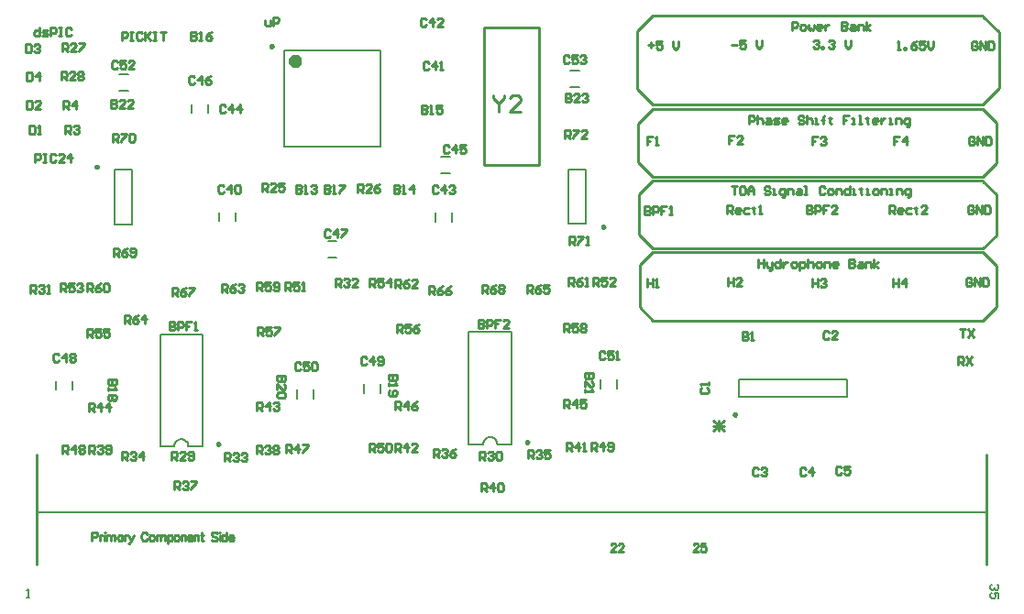
<source format=gto>
%FSTAX23Y23*%
%MOIN*%
%SFA1B1*%

%IPPOS*%
%ADD24C,0.010000*%
%ADD25C,0.008000*%
%ADD36C,0.010000*%
%ADD37C,0.008000*%
%ADD38C,0.024000*%
%LNseniordesign-1*%
%LPD*%
G54D24*
X02065Y0306D02*
Y0346D01*
X0552Y0306D02*
Y0346D01*
X04307Y05055D02*
X05507D01*
X04307Y04734D02*
X05507D01*
X04307Y03948D02*
X05507D01*
X04307Y04195D02*
X05507D01*
X04307Y04209D02*
X05507D01*
X04307Y04456D02*
X05507D01*
X04307Y04471D02*
X05507D01*
X04307Y04717D02*
X05507D01*
Y05054D02*
Y05055D01*
Y05054D02*
X05565Y04996D01*
Y04792D02*
Y04996D01*
X05507Y04734D02*
X05565Y04792D01*
X04251Y04999D02*
X04307Y05055D01*
X04251Y0479D02*
Y04999D01*
Y0479D02*
X04307Y04734D01*
Y04716D02*
Y04717D01*
X04254Y04663D02*
X04307Y04716D01*
X04254Y04524D02*
Y04663D01*
Y04524D02*
X04307Y04471D01*
Y04455D02*
Y04456D01*
X04257Y04405D02*
X04307Y04455D01*
X04257Y04259D02*
Y04405D01*
Y04259D02*
X04307Y04209D01*
X04306Y04195D02*
X04307D01*
X0426Y04149D02*
X04306Y04195D01*
X0426Y03995D02*
Y04149D01*
Y03995D02*
X04307Y03948D01*
X05507Y04715D02*
Y04717D01*
Y04715D02*
X05557Y04665D01*
Y04521D02*
Y04665D01*
X05507Y04471D02*
X05557Y04521D01*
X05507Y04454D02*
Y04456D01*
Y04454D02*
X05555Y04406D01*
Y04257D02*
Y04406D01*
X05507Y04209D02*
X05555Y04257D01*
X05507Y04195D02*
X05555Y04147D01*
Y03996D02*
Y04147D01*
X05507Y03948D02*
X05555Y03996D01*
X03692Y05013D02*
X03892D01*
Y04513D02*
Y05013D01*
X03692Y04513D02*
Y05013D01*
Y04513D02*
X03892D01*
X04632Y03905D02*
Y03875D01*
X04647*
X04652Y0388*
Y03885*
X04647Y0389*
X04632*
X04647*
X04652Y03895*
Y039*
X04647Y03905*
X04632*
X04662Y03875D02*
X04672D01*
X04667*
Y03905*
X04662Y039*
X03009Y04441D02*
Y04411D01*
X03024*
X03029Y04416*
Y04421*
X03024Y04426*
X03009*
X03024*
X03029Y04431*
Y04436*
X03024Y04441*
X03009*
X03039Y04411D02*
X03049D01*
X03044*
Y04441*
X03039Y04436*
X03064D02*
X03069Y04441D01*
X03079*
X03084Y04436*
Y04431*
X03079Y04426*
X03074*
X03079*
X03084Y04421*
Y04416*
X03079Y04411*
X03069*
X03064Y04416*
X03366Y0444D02*
Y0441D01*
X03381*
X03386Y04415*
Y0442*
X03381Y04425*
X03366*
X03381*
X03386Y0443*
Y04435*
X03381Y0444*
X03366*
X03396Y0441D02*
X03406D01*
X03401*
Y0444*
X03396Y04435*
X03436Y0441D02*
Y0444D01*
X03421Y04425*
X03441*
X03465Y0473D02*
Y047D01*
X0348*
X03485Y04705*
Y0471*
X0348Y04715*
X03465*
X0348*
X03485Y0472*
Y04725*
X0348Y0473*
X03465*
X03495Y047D02*
X03505D01*
X035*
Y0473*
X03495Y04725*
X0354Y0473D02*
X0352D01*
Y04715*
X0353Y0472*
X03535*
X0354Y04715*
Y04705*
X03535Y047*
X03525*
X0352Y04705*
X02628Y04997D02*
Y04967D01*
X02643*
X02648Y04972*
Y04977*
X02643Y04982*
X02628*
X02643*
X02648Y04987*
Y04992*
X02643Y04997*
X02628*
X02658Y04967D02*
X02668D01*
X02663*
Y04997*
X02658Y04992*
X02703Y04997D02*
X02693Y04992D01*
X02683Y04982*
Y04972*
X02688Y04967*
X02698*
X02703Y04972*
Y04977*
X02698Y04982*
X02683*
X03112Y04441D02*
Y04411D01*
X03127*
X03132Y04416*
Y04421*
X03127Y04426*
X03112*
X03127*
X03132Y04431*
Y04436*
X03127Y04441*
X03112*
X03142Y04411D02*
X03152D01*
X03147*
Y04441*
X03142Y04436*
X03167Y04441D02*
X03187D01*
Y04436*
X03167Y04416*
Y04411*
X02355Y03733D02*
X02325D01*
Y03718*
X0233Y03713*
X02335*
X0234Y03718*
Y03733*
Y03718*
X02345Y03713*
X0235*
X02355Y03718*
Y03733*
X02325Y03703D02*
Y03693D01*
Y03698*
X02355*
X0235Y03703*
Y03678D02*
X02355Y03673D01*
Y03663*
X0235Y03658*
X02345*
X0234Y03663*
X02335Y03658*
X0233*
X02325Y03663*
Y03673*
X0233Y03678*
X02335*
X0234Y03673*
X02345Y03678*
X0235*
X0234Y03673D02*
Y03663D01*
X03376Y03749D02*
X03346D01*
Y03734*
X03351Y03729*
X03356*
X03361Y03734*
Y03749*
Y03734*
X03366Y03729*
X03371*
X03376Y03734*
Y03749*
X03346Y03719D02*
Y03709D01*
Y03714*
X03376*
X03371Y03719*
X03351Y03694D02*
X03346Y03689D01*
Y03679*
X03351Y03674*
X03371*
X03376Y03679*
Y03689*
X03371Y03694*
X03366*
X03361Y03689*
Y03674*
X02971Y03745D02*
X02941D01*
Y0373*
X02946Y03725*
X02951*
X02956Y0373*
Y03745*
Y0373*
X02961Y03725*
X02966*
X02971Y0373*
Y03745*
X02941Y03695D02*
Y03715D01*
X02961Y03695*
X02966*
X02971Y037*
Y0371*
X02966Y03715*
Y03685D02*
X02971Y0368D01*
Y0367*
X02966Y03665*
X02946*
X02941Y0367*
Y0368*
X02946Y03685*
X02966*
X04089Y03755D02*
X04059D01*
Y0374*
X04064Y03735*
X04069*
X04074Y0374*
Y03755*
Y0374*
X04079Y03735*
X04084*
X04089Y0374*
Y03755*
X04059Y03705D02*
Y03725D01*
X04079Y03705*
X04084*
X04089Y0371*
Y0372*
X04084Y03725*
X04059Y03695D02*
Y03685D01*
Y0369*
X04089*
X04084Y03695*
X02338Y0475D02*
Y0472D01*
X02353*
X02358Y04725*
Y0473*
X02353Y04735*
X02338*
X02353*
X02358Y0474*
Y04745*
X02353Y0475*
X02338*
X02388Y0472D02*
X02368D01*
X02388Y0474*
Y04745*
X02383Y0475*
X02373*
X02368Y04745*
X02418Y0472D02*
X02398D01*
X02418Y0474*
Y04745*
X02413Y0475*
X02403*
X02398Y04745*
X03989Y04772D02*
Y04742D01*
X04004*
X04009Y04747*
Y04752*
X04004Y04757*
X03989*
X04004*
X04009Y04762*
Y04767*
X04004Y04772*
X03989*
X04039Y04742D02*
X04019D01*
X04039Y04762*
Y04767*
X04034Y04772*
X04024*
X04019Y04767*
X04049D02*
X04054Y04772D01*
X04064*
X04069Y04767*
Y04762*
X04064Y04757*
X04059*
X04064*
X04069Y04752*
Y04747*
X04064Y04742*
X04054*
X04049Y04747*
X02549Y03942D02*
Y03912D01*
X02564*
X02569Y03917*
Y03922*
X02564Y03927*
X02549*
X02564*
X02569Y03932*
Y03937*
X02564Y03942*
X02549*
X02579Y03912D02*
Y03942D01*
X02594*
X02599Y03937*
Y03927*
X02594Y03922*
X02579*
X02629Y03942D02*
X02609D01*
Y03927*
X02619*
X02609*
Y03912*
X02639D02*
X02649D01*
X02644*
Y03942*
X02639Y03937*
X03672Y0395D02*
Y0392D01*
X03687*
X03692Y03925*
Y0393*
X03687Y03935*
X03672*
X03687*
X03692Y0394*
Y03945*
X03687Y0395*
X03672*
X03702Y0392D02*
Y0395D01*
X03717*
X03722Y03945*
Y03935*
X03717Y0393*
X03702*
X03752Y0395D02*
X03732D01*
Y03935*
X03742*
X03732*
Y0392*
X03782D02*
X03762D01*
X03782Y0394*
Y03945*
X03777Y0395*
X03767*
X03762Y03945*
X04484Y03702D02*
X04479Y03697D01*
Y03687*
X04484Y03682*
X04504*
X04509Y03687*
Y03697*
X04504Y03702*
X04509Y03712D02*
Y03722D01*
Y03717*
X04479*
X04484Y03712*
X04947Y03904D02*
X04942Y03909D01*
X04932*
X04927Y03904*
Y03884*
X04932Y03879*
X04942*
X04947Y03884*
X04977Y03879D02*
X04957D01*
X04977Y03899*
Y03904*
X04972Y03909*
X04962*
X04957Y03904*
X04691Y03408D02*
X04686Y03413D01*
X04676*
X04671Y03408*
Y03388*
X04676Y03383*
X04686*
X04691Y03388*
X04701Y03408D02*
X04706Y03413D01*
X04716*
X04721Y03408*
Y03403*
X04716Y03398*
X04711*
X04716*
X04721Y03393*
Y03388*
X04716Y03383*
X04706*
X04701Y03388*
X04862Y03408D02*
X04857Y03413D01*
X04847*
X04842Y03408*
Y03388*
X04847Y03383*
X04857*
X04862Y03388*
X04887Y03383D02*
Y03413D01*
X04872Y03398*
X04892*
X04993Y03412D02*
X04988Y03417D01*
X04978*
X04973Y03412*
Y03392*
X04978Y03387*
X04988*
X04993Y03392*
X05023Y03417D02*
X05003D01*
Y03402*
X05013Y03407*
X05018*
X05023Y03402*
Y03392*
X05018Y03387*
X05008*
X05003Y03392*
X02747Y04436D02*
X02742Y04441D01*
X02732*
X02727Y04436*
Y04416*
X02732Y04411*
X02742*
X02747Y04416*
X02772Y04411D02*
Y04441D01*
X02757Y04426*
X02777*
X02787Y04436D02*
X02792Y04441D01*
X02802*
X02807Y04436*
Y04416*
X02802Y04411*
X02792*
X02787Y04416*
Y04436*
X03492Y04884D02*
X03487Y04889D01*
X03477*
X03472Y04884*
Y04864*
X03477Y04859*
X03487*
X03492Y04864*
X03517Y04859D02*
Y04889D01*
X03502Y04874*
X03522*
X03532Y04859D02*
X03542D01*
X03537*
Y04889*
X03532Y04884*
X03483Y05043D02*
X03478Y05048D01*
X03468*
X03463Y05043*
Y05023*
X03468Y05018*
X03478*
X03483Y05023*
X03508Y05018D02*
Y05048D01*
X03493Y05033*
X03513*
X03543Y05018D02*
X03523D01*
X03543Y05038*
Y05043*
X03538Y05048*
X03528*
X03523Y05043*
X03526Y04434D02*
X03521Y04439D01*
X03511*
X03506Y04434*
Y04414*
X03511Y04409*
X03521*
X03526Y04414*
X03551Y04409D02*
Y04439D01*
X03536Y04424*
X03556*
X03566Y04434D02*
X03571Y04439D01*
X03581*
X03586Y04434*
Y04429*
X03581Y04424*
X03576*
X03581*
X03586Y04419*
Y04414*
X03581Y04409*
X03571*
X03566Y04414*
X02752Y04727D02*
X02747Y04732D01*
X02737*
X02732Y04727*
Y04707*
X02737Y04702*
X02747*
X02752Y04707*
X02777Y04702D02*
Y04732D01*
X02762Y04717*
X02782*
X02807Y04702D02*
Y04732D01*
X02792Y04717*
X02812*
X03566Y04581D02*
X03561Y04586D01*
X03551*
X03546Y04581*
Y04561*
X03551Y04556*
X03561*
X03566Y04561*
X03591Y04556D02*
Y04586D01*
X03576Y04571*
X03596*
X03626Y04586D02*
X03606D01*
Y04571*
X03616Y04576*
X03621*
X03626Y04571*
Y04561*
X03621Y04556*
X03611*
X03606Y04561*
X0264Y04832D02*
X02635Y04837D01*
X02625*
X0262Y04832*
Y04812*
X02625Y04807*
X02635*
X0264Y04812*
X02665Y04807D02*
Y04837D01*
X0265Y04822*
X0267*
X027Y04837D02*
X0269Y04832D01*
X0268Y04822*
Y04812*
X02685Y04807*
X02695*
X027Y04812*
Y04817*
X02695Y04822*
X0268*
X03134Y04274D02*
X03129Y04279D01*
X03119*
X03114Y04274*
Y04254*
X03119Y04249*
X03129*
X03134Y04254*
X03159Y04249D02*
Y04279D01*
X03144Y04264*
X03164*
X03174Y04279D02*
X03194D01*
Y04274*
X03174Y04254*
Y04249*
X02147Y03822D02*
X02142Y03827D01*
X02132*
X02127Y03822*
Y03802*
X02132Y03797*
X02142*
X02147Y03802*
X02172Y03797D02*
Y03827D01*
X02157Y03812*
X02177*
X02187Y03822D02*
X02192Y03827D01*
X02202*
X02207Y03822*
Y03817*
X02202Y03812*
X02207Y03807*
Y03802*
X02202Y03797*
X02192*
X02187Y03802*
Y03807*
X02192Y03812*
X02187Y03817*
Y03822*
X02192Y03812D02*
X02202D01*
X03266Y03811D02*
X03261Y03816D01*
X03251*
X03246Y03811*
Y03791*
X03251Y03786*
X03261*
X03266Y03791*
X03291Y03786D02*
Y03816D01*
X03276Y03801*
X03296*
X03306Y03791D02*
X03311Y03786D01*
X03321*
X03326Y03791*
Y03811*
X03321Y03816*
X03311*
X03306Y03811*
Y03806*
X03311Y03801*
X03326*
X03025Y03791D02*
X0302Y03796D01*
X0301*
X03005Y03791*
Y03771*
X0301Y03766*
X0302*
X03025Y03771*
X03055Y03796D02*
X03035D01*
Y03781*
X03045Y03786*
X0305*
X03055Y03781*
Y03771*
X0305Y03766*
X0304*
X03035Y03771*
X03065Y03791D02*
X0307Y03796D01*
X0308*
X03085Y03791*
Y03771*
X0308Y03766*
X0307*
X03065Y03771*
Y03791*
X04133Y0383D02*
X04128Y03835D01*
X04118*
X04113Y0383*
Y0381*
X04118Y03805*
X04128*
X04133Y0381*
X04163Y03835D02*
X04143D01*
Y0382*
X04153Y03825*
X04158*
X04163Y0382*
Y0381*
X04158Y03805*
X04148*
X04143Y0381*
X04173Y03805D02*
X04183D01*
X04178*
Y03835*
X04173Y0383*
X02361Y04888D02*
X02356Y04893D01*
X02346*
X02341Y04888*
Y04868*
X02346Y04863*
X02356*
X02361Y04868*
X02391Y04893D02*
X02371D01*
Y04878*
X02381Y04883*
X02386*
X02391Y04878*
Y04868*
X02386Y04863*
X02376*
X02371Y04868*
X02421Y04863D02*
X02401D01*
X02421Y04883*
Y04888*
X02416Y04893*
X02406*
X02401Y04888*
X04002Y04907D02*
X03997Y04912D01*
X03987*
X03982Y04907*
Y04887*
X03987Y04882*
X03997*
X04002Y04887*
X04032Y04912D02*
X04012D01*
Y04897*
X04022Y04902*
X04027*
X04032Y04897*
Y04887*
X04027Y04882*
X04017*
X04012Y04887*
X04042Y04907D02*
X04047Y04912D01*
X04057*
X04062Y04907*
Y04902*
X04057Y04897*
X04052*
X04057*
X04062Y04892*
Y04887*
X04057Y04882*
X04047*
X04042Y04887*
X0204Y04655D02*
Y04625D01*
X02055*
X0206Y0463*
Y0465*
X02055Y04655*
X0204*
X0207Y04625D02*
X0208D01*
X02075*
Y04655*
X0207Y0465*
X02031Y04748D02*
Y04718D01*
X02046*
X02051Y04723*
Y04743*
X02046Y04748*
X02031*
X02081Y04718D02*
X02061D01*
X02081Y04738*
Y04743*
X02076Y04748*
X02066*
X02061Y04743*
X02027Y04953D02*
Y04923D01*
X02042*
X02047Y04928*
Y04948*
X02042Y04953*
X02027*
X02057Y04948D02*
X02062Y04953D01*
X02072*
X02077Y04948*
Y04943*
X02072Y04938*
X02067*
X02072*
X02077Y04933*
Y04928*
X02072Y04923*
X02062*
X02057Y04928*
X02031Y04851D02*
Y04821D01*
X02046*
X02051Y04826*
Y04846*
X02046Y04851*
X02031*
X02076Y04821D02*
Y04851D01*
X02061Y04836*
X02081*
X02171Y04627D02*
Y04657D01*
X02186*
X02191Y04652*
Y04642*
X02186Y04637*
X02171*
X02181D02*
X02191Y04627D01*
X02201Y04652D02*
X02206Y04657D01*
X02216*
X02221Y04652*
Y04647*
X02216Y04642*
X02211*
X02216*
X02221Y04637*
Y04632*
X02216Y04627*
X02206*
X02201Y04632*
X02164Y04715D02*
Y04745D01*
X02179*
X02184Y0474*
Y0473*
X02179Y04725*
X02164*
X02174D02*
X02184Y04715D01*
X02209D02*
Y04745D01*
X02194Y0473*
X02214*
X02886Y04417D02*
Y04447D01*
X02901*
X02906Y04442*
Y04432*
X02901Y04427*
X02886*
X02896D02*
X02906Y04417D01*
X02936D02*
X02916D01*
X02936Y04437*
Y04442*
X02931Y04447*
X02921*
X02916Y04442*
X02966Y04447D02*
X02946D01*
Y04432*
X02956Y04437*
X02961*
X02966Y04432*
Y04422*
X02961Y04417*
X02951*
X02946Y04422*
X03234Y04414D02*
Y04444D01*
X03249*
X03254Y04439*
Y04429*
X03249Y04424*
X03234*
X03244D02*
X03254Y04414D01*
X03284D02*
X03264D01*
X03284Y04434*
Y04439*
X03279Y04444*
X03269*
X03264Y04439*
X03314Y04444D02*
X03304Y04439D01*
X03294Y04429*
Y04419*
X03299Y04414*
X03309*
X03314Y04419*
Y04424*
X03309Y04429*
X03294*
X02159Y04925D02*
Y04955D01*
X02174*
X02179Y0495*
Y0494*
X02174Y04935*
X02159*
X02169D02*
X02179Y04925D01*
X02209D02*
X02189D01*
X02209Y04945*
Y0495*
X02204Y04955*
X02194*
X02189Y0495*
X02219Y04955D02*
X02239D01*
Y0495*
X02219Y0493*
Y04925*
X02155Y04823D02*
Y04853D01*
X0217*
X02175Y04848*
Y04838*
X0217Y04833*
X02155*
X02165D02*
X02175Y04823D01*
X02205D02*
X02185D01*
X02205Y04843*
Y04848*
X022Y04853*
X0219*
X02185Y04848*
X02215D02*
X0222Y04853D01*
X0223*
X02235Y04848*
Y04843*
X0223Y04838*
X02235Y04833*
Y04828*
X0223Y04823*
X0222*
X02215Y04828*
Y04833*
X0222Y04838*
X02215Y04843*
Y04848*
X0222Y04838D02*
X0223D01*
X02558Y0344D02*
Y0347D01*
X02573*
X02578Y03465*
Y03455*
X02573Y0345*
X02558*
X02568D02*
X02578Y0344D01*
X02608D02*
X02588D01*
X02608Y0346*
Y03465*
X02603Y0347*
X02593*
X02588Y03465*
X02618Y03445D02*
X02623Y0344D01*
X02633*
X02638Y03445*
Y03465*
X02633Y0347*
X02623*
X02618Y03465*
Y0346*
X02623Y03455*
X02638*
X03677Y0344D02*
Y0347D01*
X03692*
X03697Y03465*
Y03455*
X03692Y0345*
X03677*
X03687D02*
X03697Y0344D01*
X03707Y03465D02*
X03712Y0347D01*
X03722*
X03727Y03465*
Y0346*
X03722Y03455*
X03717*
X03722*
X03727Y0345*
Y03445*
X03722Y0344*
X03712*
X03707Y03445*
X03737Y03465D02*
X03742Y0347D01*
X03752*
X03757Y03465*
Y03445*
X03752Y0344*
X03742*
X03737Y03445*
Y03465*
X02044Y04048D02*
Y04078D01*
X02059*
X02064Y04073*
Y04063*
X02059Y04058*
X02044*
X02054D02*
X02064Y04048D01*
X02074Y04073D02*
X02079Y04078D01*
X02089*
X02094Y04073*
Y04068*
X02089Y04063*
X02084*
X02089*
X02094Y04058*
Y04053*
X02089Y04048*
X02079*
X02074Y04053*
X02104Y04048D02*
X02114D01*
X02109*
Y04078*
X02104Y04073*
X03152Y04071D02*
Y04101D01*
X03167*
X03172Y04096*
Y04086*
X03167Y04081*
X03152*
X03162D02*
X03172Y04071D01*
X03182Y04096D02*
X03187Y04101D01*
X03197*
X03202Y04096*
Y04091*
X03197Y04086*
X03192*
X03197*
X03202Y04081*
Y04076*
X03197Y04071*
X03187*
X03182Y04076*
X03232Y04071D02*
X03212D01*
X03232Y04091*
Y04096*
X03227Y04101*
X03217*
X03212Y04096*
X0275Y03436D02*
Y03466D01*
X02765*
X0277Y03461*
Y03451*
X02765Y03446*
X0275*
X0276D02*
X0277Y03436D01*
X0278Y03461D02*
X02785Y03466D01*
X02795*
X028Y03461*
Y03456*
X02795Y03451*
X0279*
X02795*
X028Y03446*
Y03441*
X02795Y03436*
X02785*
X0278Y03441*
X0281Y03461D02*
X02815Y03466D01*
X02825*
X0283Y03461*
Y03456*
X02825Y03451*
X0282*
X02825*
X0283Y03446*
Y03441*
X02825Y03436*
X02815*
X0281Y03441*
X02377Y03439D02*
Y03469D01*
X02392*
X02397Y03464*
Y03454*
X02392Y03449*
X02377*
X02387D02*
X02397Y03439D01*
X02407Y03464D02*
X02412Y03469D01*
X02422*
X02427Y03464*
Y03459*
X02422Y03454*
X02417*
X02422*
X02427Y03449*
Y03444*
X02422Y03439*
X02412*
X02407Y03444*
X02452Y03439D02*
Y03469D01*
X02437Y03454*
X02457*
X03852Y03445D02*
Y03475D01*
X03867*
X03872Y0347*
Y0346*
X03867Y03455*
X03852*
X03862D02*
X03872Y03445D01*
X03882Y0347D02*
X03887Y03475D01*
X03897*
X03902Y0347*
Y03465*
X03897Y0346*
X03892*
X03897*
X03902Y03455*
Y0345*
X03897Y03445*
X03887*
X03882Y0345*
X03932Y03475D02*
X03912D01*
Y0346*
X03922Y03465*
X03927*
X03932Y0346*
Y0345*
X03927Y03445*
X03917*
X03912Y0345*
X03509Y03451D02*
Y03481D01*
X03524*
X03529Y03476*
Y03466*
X03524Y03461*
X03509*
X03519D02*
X03529Y03451D01*
X03539Y03476D02*
X03544Y03481D01*
X03554*
X03559Y03476*
Y03471*
X03554Y03466*
X03549*
X03554*
X03559Y03461*
Y03456*
X03554Y03451*
X03544*
X03539Y03456*
X03589Y03481D02*
X03579Y03476D01*
X03569Y03466*
Y03456*
X03574Y03451*
X03584*
X03589Y03456*
Y03461*
X03584Y03466*
X03569*
X02567Y03332D02*
Y03362D01*
X02582*
X02587Y03357*
Y03347*
X02582Y03342*
X02567*
X02577D02*
X02587Y03332D01*
X02597Y03357D02*
X02602Y03362D01*
X02612*
X02617Y03357*
Y03352*
X02612Y03347*
X02607*
X02612*
X02617Y03342*
Y03337*
X02612Y03332*
X02602*
X02597Y03337*
X02627Y03362D02*
X02647D01*
Y03357*
X02627Y03337*
Y03332*
X02865Y03463D02*
Y03493D01*
X0288*
X02885Y03488*
Y03478*
X0288Y03473*
X02865*
X02875D02*
X02885Y03463D01*
X02895Y03488D02*
X029Y03493D01*
X0291*
X02915Y03488*
Y03483*
X0291Y03478*
X02905*
X0291*
X02915Y03473*
Y03468*
X0291Y03463*
X029*
X02895Y03468*
X02925Y03488D02*
X0293Y03493D01*
X0294*
X02945Y03488*
Y03483*
X0294Y03478*
X02945Y03473*
Y03468*
X0294Y03463*
X0293*
X02925Y03468*
Y03473*
X0293Y03478*
X02925Y03483*
Y03488*
X0293Y03478D02*
X0294D01*
X02257Y03464D02*
Y03494D01*
X02272*
X02277Y03489*
Y03479*
X02272Y03474*
X02257*
X02267D02*
X02277Y03464D01*
X02287Y03489D02*
X02292Y03494D01*
X02302*
X02307Y03489*
Y03484*
X02302Y03479*
X02297*
X02302*
X02307Y03474*
Y03469*
X02302Y03464*
X02292*
X02287Y03469*
X02317D02*
X02322Y03464D01*
X02332*
X02337Y03469*
Y03489*
X02332Y03494*
X02322*
X02317Y03489*
Y03484*
X02322Y03479*
X02337*
X03682Y03326D02*
Y03356D01*
X03697*
X03702Y03351*
Y03341*
X03697Y03336*
X03682*
X03692D02*
X03702Y03326D01*
X03727D02*
Y03356D01*
X03712Y03341*
X03732*
X03742Y03351D02*
X03747Y03356D01*
X03757*
X03762Y03351*
Y03331*
X03757Y03326*
X03747*
X03742Y03331*
Y03351*
X03993Y03472D02*
Y03502D01*
X04008*
X04013Y03497*
Y03487*
X04008Y03482*
X03993*
X04003D02*
X04013Y03472D01*
X04038D02*
Y03502D01*
X04023Y03487*
X04043*
X04053Y03472D02*
X04063D01*
X04058*
Y03502*
X04053Y03497*
X03369Y0347D02*
Y035D01*
X03384*
X03389Y03495*
Y03485*
X03384Y0348*
X03369*
X03379D02*
X03389Y0347D01*
X03414D02*
Y035D01*
X03399Y03485*
X03419*
X03449Y0347D02*
X03429D01*
X03449Y0349*
Y03495*
X03444Y035*
X03434*
X03429Y03495*
X02867Y0362D02*
Y0365D01*
X02882*
X02887Y03645*
Y03635*
X02882Y0363*
X02867*
X02877D02*
X02887Y0362D01*
X02912D02*
Y0365D01*
X02897Y03635*
X02917*
X02927Y03645D02*
X02932Y0365D01*
X02942*
X02947Y03645*
Y0364*
X02942Y03635*
X02937*
X02942*
X02947Y0363*
Y03625*
X02942Y0362*
X02932*
X02927Y03625*
X02255Y03618D02*
Y03648D01*
X0227*
X02275Y03643*
Y03633*
X0227Y03628*
X02255*
X02265D02*
X02275Y03618D01*
X023D02*
Y03648D01*
X02285Y03633*
X02305*
X0233Y03618D02*
Y03648D01*
X02315Y03633*
X02335*
X03984Y03629D02*
Y03659D01*
X03999*
X04004Y03654*
Y03644*
X03999Y03639*
X03984*
X03994D02*
X04004Y03629D01*
X04029D02*
Y03659D01*
X04014Y03644*
X04034*
X04064Y03659D02*
X04044D01*
Y03644*
X04054Y03649*
X04059*
X04064Y03644*
Y03634*
X04059Y03629*
X04049*
X04044Y03634*
X03371Y03623D02*
Y03653D01*
X03386*
X03391Y03648*
Y03638*
X03386Y03633*
X03371*
X03381D02*
X03391Y03623D01*
X03416D02*
Y03653D01*
X03401Y03638*
X03421*
X03451Y03653D02*
X03441Y03648D01*
X03431Y03638*
Y03628*
X03436Y03623*
X03446*
X03451Y03628*
Y03633*
X03446Y03638*
X03431*
X02973Y03466D02*
Y03496D01*
X02988*
X02993Y03491*
Y03481*
X02988Y03476*
X02973*
X02983D02*
X02993Y03466D01*
X03018D02*
Y03496D01*
X03003Y03481*
X03023*
X03033Y03496D02*
X03053D01*
Y03491*
X03033Y03471*
Y03466*
X02161Y03464D02*
Y03494D01*
X02176*
X02181Y03489*
Y03479*
X02176Y03474*
X02161*
X02171D02*
X02181Y03464D01*
X02206D02*
Y03494D01*
X02191Y03479*
X02211*
X02221Y03489D02*
X02226Y03494D01*
X02236*
X02241Y03489*
Y03484*
X02236Y03479*
X02241Y03474*
Y03469*
X02236Y03464*
X02226*
X02221Y03469*
Y03474*
X02226Y03479*
X02221Y03484*
Y03489*
X02226Y03479D02*
X02236D01*
X04082Y03474D02*
Y03504D01*
X04097*
X04102Y03499*
Y03489*
X04097Y03484*
X04082*
X04092D02*
X04102Y03474D01*
X04127D02*
Y03504D01*
X04112Y03489*
X04132*
X04142Y03479D02*
X04147Y03474D01*
X04157*
X04162Y03479*
Y03499*
X04157Y03504*
X04147*
X04142Y03499*
Y03494*
X04147Y03489*
X04162*
X03275Y0347D02*
Y035D01*
X0329*
X03295Y03495*
Y03485*
X0329Y0348*
X03275*
X03285D02*
X03295Y0347D01*
X03325Y035D02*
X03305D01*
Y03485*
X03315Y0349*
X0332*
X03325Y03485*
Y03475*
X0332Y0347*
X0331*
X03305Y03475*
X03335Y03495D02*
X0334Y035D01*
X0335*
X03355Y03495*
Y03475*
X0335Y0347*
X0334*
X03335Y03475*
Y03495*
X0297Y04056D02*
Y04086D01*
X02985*
X0299Y04081*
Y04071*
X02985Y04066*
X0297*
X0298D02*
X0299Y04056D01*
X0302Y04086D02*
X03D01*
Y04071*
X0301Y04076*
X03015*
X0302Y04071*
Y04061*
X03015Y04056*
X03005*
X03Y04061*
X0303Y04056D02*
X0304D01*
X03035*
Y04086*
X0303Y04081*
X04089Y04074D02*
Y04104D01*
X04104*
X04109Y04099*
Y04089*
X04104Y04084*
X04089*
X04099D02*
X04109Y04074D01*
X04139Y04104D02*
X04119D01*
Y04089*
X04129Y04094*
X04134*
X04139Y04089*
Y04079*
X04134Y04074*
X04124*
X04119Y04079*
X04169Y04074D02*
X04149D01*
X04169Y04094*
Y04099*
X04164Y04104*
X04154*
X04149Y04099*
X02152Y04052D02*
Y04082D01*
X02167*
X02172Y04077*
Y04067*
X02167Y04062*
X02152*
X02162D02*
X02172Y04052D01*
X02202Y04082D02*
X02182D01*
Y04067*
X02192Y04072*
X02197*
X02202Y04067*
Y04057*
X02197Y04052*
X02187*
X02182Y04057*
X02212Y04077D02*
X02217Y04082D01*
X02227*
X02232Y04077*
Y04072*
X02227Y04067*
X02222*
X02227*
X02232Y04062*
Y04057*
X02227Y04052*
X02217*
X02212Y04057*
X03277Y04071D02*
Y04101D01*
X03292*
X03297Y04096*
Y04086*
X03292Y04081*
X03277*
X03287D02*
X03297Y04071D01*
X03327Y04101D02*
X03307D01*
Y04086*
X03317Y04091*
X03322*
X03327Y04086*
Y04076*
X03322Y04071*
X03312*
X03307Y04076*
X03352Y04071D02*
Y04101D01*
X03337Y04086*
X03357*
X02251Y03887D02*
Y03917D01*
X02266*
X02271Y03912*
Y03902*
X02266Y03897*
X02251*
X02261D02*
X02271Y03887D01*
X02301Y03917D02*
X02281D01*
Y03902*
X02291Y03907*
X02296*
X02301Y03902*
Y03892*
X02296Y03887*
X02286*
X02281Y03892*
X02331Y03917D02*
X02311D01*
Y03902*
X02321Y03907*
X02326*
X02331Y03902*
Y03892*
X02326Y03887*
X02316*
X02311Y03892*
X03375Y03904D02*
Y03934D01*
X0339*
X03395Y03929*
Y03919*
X0339Y03914*
X03375*
X03385D02*
X03395Y03904D01*
X03425Y03934D02*
X03405D01*
Y03919*
X03415Y03924*
X0342*
X03425Y03919*
Y03909*
X0342Y03904*
X0341*
X03405Y03909*
X03455Y03934D02*
X03445Y03929D01*
X03435Y03919*
Y03909*
X0344Y03904*
X0345*
X03455Y03909*
Y03914*
X0345Y03919*
X03435*
X02871Y03893D02*
Y03923D01*
X02886*
X02891Y03918*
Y03908*
X02886Y03903*
X02871*
X02881D02*
X02891Y03893D01*
X02921Y03923D02*
X02901D01*
Y03908*
X02911Y03913*
X02916*
X02921Y03908*
Y03898*
X02916Y03893*
X02906*
X02901Y03898*
X02931Y03923D02*
X02951D01*
Y03918*
X02931Y03898*
Y03893*
X03984Y03905D02*
Y03935D01*
X03999*
X04004Y0393*
Y0392*
X03999Y03915*
X03984*
X03994D02*
X04004Y03905D01*
X04034Y03935D02*
X04014D01*
Y0392*
X04024Y03925*
X04029*
X04034Y0392*
Y0391*
X04029Y03905*
X04019*
X04014Y0391*
X04044Y0393D02*
X04049Y03935D01*
X04059*
X04064Y0393*
Y03925*
X04059Y0392*
X04064Y03915*
Y0391*
X04059Y03905*
X04049*
X04044Y0391*
Y03915*
X04049Y0392*
X04044Y03925*
Y0393*
X04049Y0392D02*
X04059D01*
X02868Y04056D02*
Y04086D01*
X02883*
X02888Y04081*
Y04071*
X02883Y04066*
X02868*
X02878D02*
X02888Y04056D01*
X02918Y04086D02*
X02898D01*
Y04071*
X02908Y04076*
X02913*
X02918Y04071*
Y04061*
X02913Y04056*
X02903*
X02898Y04061*
X02928D02*
X02933Y04056D01*
X02943*
X02948Y04061*
Y04081*
X02943Y04086*
X02933*
X02928Y04081*
Y04076*
X02933Y04071*
X02948*
X02249Y04052D02*
Y04082D01*
X02264*
X02269Y04077*
Y04067*
X02264Y04062*
X02249*
X02259D02*
X02269Y04052D01*
X02299Y04082D02*
X02289Y04077D01*
X02279Y04067*
Y04057*
X02284Y04052*
X02294*
X02299Y04057*
Y04062*
X02294Y04067*
X02279*
X02309Y04077D02*
X02314Y04082D01*
X02324*
X02329Y04077*
Y04057*
X02324Y04052*
X02314*
X02309Y04057*
Y04077*
X04Y04074D02*
Y04104D01*
X04015*
X0402Y04099*
Y04089*
X04015Y04084*
X04*
X0401D02*
X0402Y04074D01*
X0405Y04104D02*
X0404Y04099D01*
X0403Y04089*
Y04079*
X04035Y04074*
X04045*
X0405Y04079*
Y04084*
X04045Y04089*
X0403*
X0406Y04074D02*
X0407D01*
X04065*
Y04104*
X0406Y04099*
X03371Y04068D02*
Y04098D01*
X03386*
X03391Y04093*
Y04083*
X03386Y04078*
X03371*
X03381D02*
X03391Y04068D01*
X03421Y04098D02*
X03411Y04093D01*
X03401Y04083*
Y04073*
X03406Y04068*
X03416*
X03421Y04073*
Y04078*
X03416Y04083*
X03401*
X03451Y04068D02*
X03431D01*
X03451Y04088*
Y04093*
X03446Y04098*
X03436*
X03431Y04093*
X02739Y0405D02*
Y0408D01*
X02754*
X02759Y04075*
Y04065*
X02754Y0406*
X02739*
X02749D02*
X02759Y0405D01*
X02789Y0408D02*
X02779Y04075D01*
X02769Y04065*
Y04055*
X02774Y0405*
X02784*
X02789Y04055*
Y0406*
X02784Y04065*
X02769*
X02799Y04075D02*
X02804Y0408D01*
X02814*
X02819Y04075*
Y0407*
X02814Y04065*
X02809*
X02814*
X02819Y0406*
Y04055*
X02814Y0405*
X02804*
X02799Y04055*
X02385Y03938D02*
Y03968D01*
X024*
X02405Y03963*
Y03953*
X024Y03948*
X02385*
X02395D02*
X02405Y03938D01*
X02435Y03968D02*
X02425Y03963D01*
X02415Y03953*
Y03943*
X0242Y03938*
X0243*
X02435Y03943*
Y03948*
X0243Y03953*
X02415*
X0246Y03938D02*
Y03968D01*
X02445Y03953*
X02465*
X03849Y04048D02*
Y04078D01*
X03864*
X03869Y04073*
Y04063*
X03864Y04058*
X03849*
X03859D02*
X03869Y04048D01*
X03899Y04078D02*
X03889Y04073D01*
X03879Y04063*
Y04053*
X03884Y04048*
X03894*
X03899Y04053*
Y04058*
X03894Y04063*
X03879*
X03929Y04078D02*
X03909D01*
Y04063*
X03919Y04068*
X03924*
X03929Y04063*
Y04053*
X03924Y04048*
X03914*
X03909Y04053*
X03493Y04042D02*
Y04072D01*
X03508*
X03513Y04067*
Y04057*
X03508Y04052*
X03493*
X03503D02*
X03513Y04042D01*
X03543Y04072D02*
X03533Y04067D01*
X03523Y04057*
Y04047*
X03528Y04042*
X03538*
X03543Y04047*
Y04052*
X03538Y04057*
X03523*
X03573Y04072D02*
X03563Y04067D01*
X03553Y04057*
Y04047*
X03558Y04042*
X03568*
X03573Y04047*
Y04052*
X03568Y04057*
X03553*
X02559Y04037D02*
Y04067D01*
X02574*
X02579Y04062*
Y04052*
X02574Y04047*
X02559*
X02569D02*
X02579Y04037D01*
X02609Y04067D02*
X02599Y04062D01*
X02589Y04052*
Y04042*
X02594Y04037*
X02604*
X02609Y04042*
Y04047*
X02604Y04052*
X02589*
X02619Y04067D02*
X02639D01*
Y04062*
X02619Y04042*
Y04037*
X03686Y04047D02*
Y04077D01*
X03701*
X03706Y04072*
Y04062*
X03701Y04057*
X03686*
X03696D02*
X03706Y04047D01*
X03736Y04077D02*
X03726Y04072D01*
X03716Y04062*
Y04052*
X03721Y04047*
X03731*
X03736Y04052*
Y04057*
X03731Y04062*
X03716*
X03746Y04072D02*
X03751Y04077D01*
X03761*
X03766Y04072*
Y04067*
X03761Y04062*
X03766Y04057*
Y04052*
X03761Y04047*
X03751*
X03746Y04052*
Y04057*
X03751Y04062*
X03746Y04067*
Y04072*
X03751Y04062D02*
X03761D01*
X02345Y0418D02*
Y0421D01*
X0236*
X02365Y04205*
Y04195*
X0236Y0419*
X02345*
X02355D02*
X02365Y0418D01*
X02395Y0421D02*
X02385Y04205D01*
X02375Y04195*
Y04185*
X0238Y0418*
X0239*
X02395Y04185*
Y0419*
X0239Y04195*
X02375*
X02405Y04185D02*
X0241Y0418D01*
X0242*
X02425Y04185*
Y04205*
X0242Y0421*
X0241*
X02405Y04205*
Y042*
X0241Y04195*
X02425*
X02342Y04597D02*
Y04627D01*
X02357*
X02362Y04622*
Y04612*
X02357Y04607*
X02342*
X02352D02*
X02362Y04597D01*
X02372Y04627D02*
X02392D01*
Y04622*
X02372Y04602*
Y04597*
X02402Y04622D02*
X02407Y04627D01*
X02417*
X02422Y04622*
Y04602*
X02417Y04597*
X02407*
X02402Y04602*
Y04622*
X04004Y04224D02*
Y04254D01*
X04019*
X04024Y04249*
Y04239*
X04019Y04234*
X04004*
X04014D02*
X04024Y04224D01*
X04034Y04254D02*
X04054D01*
Y04249*
X04034Y04229*
Y04224*
X04064D02*
X04074D01*
X04069*
Y04254*
X04064Y04249*
X03987Y0461D02*
Y0464D01*
X04002*
X04007Y04635*
Y04625*
X04002Y0462*
X03987*
X03997D02*
X04007Y0461D01*
X04017Y0464D02*
X04037D01*
Y04635*
X04017Y04615*
Y0461*
X04067D02*
X04047D01*
X04067Y0463*
Y04635*
X04062Y0464*
X04052*
X04047Y04635*
X02896Y05041D02*
Y05026D01*
X02901Y05021*
X02916*
Y05041*
X02926Y05021D02*
Y05051D01*
X02941*
X02946Y05046*
Y05036*
X02941Y05031*
X02926*
X04527Y03545D02*
X04567Y03584D01*
Y03545D02*
X04527Y03584D01*
X04547Y03545D02*
Y03584D01*
X04567Y03564D02*
X04527D01*
X03727Y04768D02*
Y04758D01*
X03747Y04738*
X03767Y04758*
Y04768*
X03747Y04738D02*
Y04708D01*
X03827D02*
X03787D01*
X03827Y04748*
Y04758*
X03817Y04768*
X03797*
X03787Y04758*
X04155Y03129D02*
Y0313D01*
X04157Y03133*
X04158Y03135*
X04161Y03136*
X04167*
X0417Y03135*
X04171Y03133*
X04173Y0313*
Y03127*
X04171Y03125*
X04168Y0312*
X04154Y03106*
X04174*
X04182Y03129D02*
Y0313D01*
X04184Y03133*
X04185Y03135*
X04188Y03136*
X04194*
X04196Y03135*
X04198Y03133*
X04199Y0313*
Y03127*
X04198Y03125*
X04195Y0312*
X04181Y03106*
X04201*
X02268Y03161D02*
X02281D01*
X02285Y03163*
X02287Y03164*
X02288Y03167*
Y03171*
X02287Y03174*
X02285Y03176*
X02281Y03177*
X02268*
Y03147*
X02295Y03167D02*
Y03147D01*
Y03158D02*
X02296Y03163D01*
X02299Y03166*
X02302Y03167*
X02306*
X02312Y03177D02*
X02313Y03176D01*
X02315Y03177*
X02313Y03178*
X02312Y03177*
X02313Y03167D02*
Y03147D01*
X0232Y03167D02*
Y03147D01*
Y03161D02*
X02324Y03166D01*
X02327Y03167*
X02331*
X02334Y03166*
X02336Y03161*
Y03147*
Y03161D02*
X0234Y03166D01*
X02343Y03167*
X02347*
X0235Y03166*
X02351Y03161*
Y03147*
X02378Y03167D02*
Y03147D01*
Y03163D02*
X02375Y03166D01*
X02372Y03167*
X02368*
X02365Y03166*
X02362Y03163*
X02361Y03158*
Y03156*
X02362Y03151*
X02365Y03148*
X02368Y03147*
X02372*
X02375Y03148*
X02378Y03151*
X02386Y03167D02*
Y03147D01*
Y03158D02*
X02387Y03163D01*
X0239Y03166*
X02393Y03167*
X02397*
X02401D02*
X0241Y03147D01*
X02419Y03167D02*
X0241Y03147D01*
X02407Y03141*
X02404Y03138*
X02401Y03137*
X024*
X02469Y0317D02*
X02467Y03173D01*
X02464Y03176*
X02461Y03177*
X02456*
X02453Y03176*
X0245Y03173*
X02449Y0317*
X02447Y03166*
Y03158*
X02449Y03154*
X0245Y03151*
X02453Y03148*
X02456Y03147*
X02461*
X02464Y03148*
X02467Y03151*
X02469Y03154*
X02484Y03167D02*
X02481Y03166D01*
X02478Y03163*
X02477Y03158*
Y03156*
X02478Y03151*
X02481Y03148*
X02484Y03147*
X02488*
X02491Y03148*
X02494Y03151*
X02496Y03156*
Y03158*
X02494Y03163*
X02491Y03166*
X02488Y03167*
X02484*
X02502D02*
Y03147D01*
Y03161D02*
X02506Y03166D01*
X02509Y03167*
X02514*
X02516Y03166*
X02518Y03161*
Y03147*
Y03161D02*
X02522Y03166D01*
X02525Y03167*
X02529*
X02532Y03166*
X02534Y03161*
Y03147*
X02543Y03167D02*
Y03137D01*
Y03163D02*
X02546Y03166D01*
X02549Y03167*
X02553*
X02556Y03166*
X02559Y03163*
X0256Y03158*
Y03156*
X02559Y03151*
X02556Y03148*
X02553Y03147*
X02549*
X02546Y03148*
X02543Y03151*
X02574Y03167D02*
X02571Y03166D01*
X02568Y03163*
X02567Y03158*
Y03156*
X02568Y03151*
X02571Y03148*
X02574Y03147*
X02578*
X02581Y03148*
X02584Y03151*
X02585Y03156*
Y03158*
X02584Y03163*
X02581Y03166*
X02578Y03167*
X02574*
X02592D02*
Y03147D01*
Y03161D02*
X02596Y03166D01*
X02599Y03167*
X02603*
X02606Y03166*
X02607Y03161*
Y03147*
X02615Y03158D02*
X02632D01*
Y03161*
X02631Y03164*
X02629Y03166*
X02627Y03167*
X02622*
X02619Y03166*
X02617Y03163*
X02615Y03158*
Y03156*
X02617Y03151*
X02619Y03148*
X02622Y03147*
X02627*
X02629Y03148*
X02632Y03151*
X02639Y03167D02*
Y03147D01*
Y03161D02*
X02643Y03166D01*
X02646Y03167*
X0265*
X02653Y03166*
X02654Y03161*
Y03147*
X02667Y03177D02*
Y03153D01*
X02668Y03148*
X02671Y03147*
X02674*
X02662Y03167D02*
X02672D01*
X02722Y03173D02*
X02719Y03176D01*
X02714Y03177*
X02709*
X02704Y03176*
X02702Y03173*
Y0317*
X02703Y03167*
X02704Y03166*
X02707Y03164*
X02716Y03161*
X02719Y0316*
X0272Y03158*
X02722Y03156*
Y03151*
X02719Y03148*
X02714Y03147*
X02709*
X02704Y03148*
X02702Y03151*
X02731Y03177D02*
X02733Y03176D01*
X02734Y03177*
X02733Y03178*
X02731Y03177*
X02733Y03167D02*
Y03147D01*
X02756Y03177D02*
Y03147D01*
Y03163D02*
X02754Y03166D01*
X02751Y03167*
X02746*
X02744Y03166*
X02741Y03163*
X02739Y03158*
Y03156*
X02741Y03151*
X02744Y03148*
X02746Y03147*
X02751*
X02754Y03148*
X02756Y03151*
X02764Y03158D02*
X02782D01*
Y03161*
X0278Y03164*
X02779Y03166*
X02776Y03167*
X02772*
X02769Y03166*
X02766Y03163*
X02764Y03158*
Y03156*
X02766Y03151*
X02769Y03148*
X02772Y03147*
X02776*
X02779Y03148*
X02782Y03151*
X04455Y03129D02*
Y0313D01*
X04457Y03133*
X04458Y03135*
X04461Y03136*
X04467*
X0447Y03135*
X04471Y03133*
X04473Y0313*
Y03127*
X04471Y03125*
X04468Y0312*
X04454Y03106*
X04474*
X04498Y03136D02*
X04484D01*
X04482Y03123*
X04484Y03125*
X04488Y03126*
X04492*
X04496Y03125*
X04499Y03122*
X04501Y03117*
Y03115*
X04499Y0311*
X04496Y03107*
X04492Y03106*
X04488*
X04484Y03107*
X04482Y03109*
X04481Y03112*
X02077Y05012D02*
Y04982D01*
X02062*
X02057Y04987*
Y04997*
X02062Y05002*
X02077*
X02087Y04982D02*
X02102D01*
X02107Y04987*
X02102Y04992*
X02092*
X02087Y04997*
X02092Y05002*
X02107*
X02117Y04982D02*
Y05012D01*
X02132*
X02137Y05007*
Y04997*
X02132Y04992*
X02117*
X02147Y05012D02*
X02157D01*
X02152*
Y04982*
X02147*
X02157*
X02192Y05007D02*
X02187Y05012D01*
X02177*
X02172Y05007*
Y04987*
X02177Y04982*
X02187*
X02192Y04987*
X02061Y04524D02*
Y04554D01*
X02076*
X02081Y04549*
Y04539*
X02076Y04534*
X02061*
X02091Y04554D02*
X02101D01*
X02096*
Y04524*
X02091*
X02101*
X02136Y04549D02*
X02131Y04554D01*
X02121*
X02116Y04549*
Y04529*
X02121Y04524*
X02131*
X02136Y04529*
X02166Y04524D02*
X02146D01*
X02166Y04544*
Y04549*
X02161Y04554*
X02151*
X02146Y04549*
X02191Y04524D02*
Y04554D01*
X02176Y04539*
X02196*
X04812Y05004D02*
Y05034D01*
X04827*
X04832Y05029*
Y05019*
X04827Y05014*
X04812*
X04847Y05004D02*
X04857D01*
X04862Y05009*
Y05019*
X04857Y05024*
X04847*
X04842Y05019*
Y05009*
X04847Y05004*
X04872Y05024D02*
Y05009D01*
X04877Y05004*
X04882Y05009*
X04887Y05004*
X04892Y05009*
Y05024*
X04917Y05004D02*
X04907D01*
X04902Y05009*
Y05019*
X04907Y05024*
X04917*
X04922Y05019*
Y05014*
X04902*
X04932Y05024D02*
Y05004D01*
Y05014*
X04937Y05019*
X04942Y05024*
X04947*
X04992Y05034D02*
Y05004D01*
X05007*
X05012Y05009*
Y05014*
X05007Y05019*
X04992*
X05007*
X05012Y05024*
Y05029*
X05007Y05034*
X04992*
X05027Y05024D02*
X05037D01*
X05042Y05019*
Y05004*
X05027*
X05022Y05009*
X05027Y05014*
X05042*
X05052Y05004D02*
Y05024D01*
X05067*
X05072Y05019*
Y05004*
X05082D02*
Y05034D01*
Y05014D02*
X05097Y05024D01*
X05082Y05014D02*
X05097Y05004D01*
X04594Y0495D02*
X04614D01*
X04644Y04965D02*
X04624D01*
Y0495*
X04634Y04955*
X04639*
X04644Y0495*
Y0494*
X04639Y04935*
X04629*
X04624Y0494*
X04684Y04965D02*
Y04945D01*
X04694Y04935*
X04704Y04945*
Y04965*
X0429Y04949D02*
X0431D01*
X043Y04959D02*
Y04939D01*
X0434Y04964D02*
X0432D01*
Y04949*
X0433Y04954*
X04335*
X0434Y04949*
Y04939*
X04335Y04934*
X04325*
X0432Y04939*
X0438Y04964D02*
Y04944D01*
X0439Y04934*
X044Y04944*
Y04964*
X04891Y04962D02*
X04896Y04967D01*
X04906*
X04911Y04962*
Y04957*
X04906Y04952*
X04901*
X04906*
X04911Y04947*
Y04942*
X04906Y04937*
X04896*
X04891Y04942*
X04921Y04937D02*
Y04942D01*
X04926*
Y04937*
X04921*
X04946Y04962D02*
X04951Y04967D01*
X04961*
X04966Y04962*
Y04957*
X04961Y04952*
X04956*
X04961*
X04966Y04947*
Y04942*
X04961Y04937*
X04951*
X04946Y04942*
X05006Y04967D02*
Y04947D01*
X05016Y04937*
X05026Y04947*
Y04967*
X05486Y04958D02*
X05481Y04963D01*
X05471*
X05466Y04958*
Y04938*
X05471Y04933*
X05481*
X05486Y04938*
Y04948*
X05476*
X05496Y04933D02*
Y04963D01*
X05516Y04933*
Y04963*
X05526D02*
Y04933D01*
X05541*
X05546Y04938*
Y04958*
X05541Y04963*
X05526*
X05196Y04934D02*
X05206D01*
X05201*
Y04964*
X05196Y04959*
X05221Y04934D02*
Y04939D01*
X05226*
Y04934*
X05221*
X05266Y04964D02*
X05256Y04959D01*
X05246Y04949*
Y04939*
X05251Y04934*
X05261*
X05266Y04939*
Y04944*
X05261Y04949*
X05246*
X05296Y04964D02*
X05276D01*
Y04949*
X05286Y04954*
X05291*
X05296Y04949*
Y04939*
X05291Y04934*
X05281*
X05276Y04939*
X05306Y04964D02*
Y04944D01*
X05316Y04934*
X05326Y04944*
Y04964*
X05204Y04616D02*
X05184D01*
Y04601*
X05194*
X05184*
Y04586*
X05229D02*
Y04616D01*
X05214Y04601*
X05234*
X05475Y04611D02*
X0547Y04616D01*
X0546*
X05455Y04611*
Y04591*
X0546Y04586*
X0547*
X05475Y04591*
Y04601*
X05465*
X05485Y04586D02*
Y04616D01*
X05505Y04586*
Y04616*
X05515D02*
Y04586D01*
X0553*
X05535Y04591*
Y04611*
X0553Y04616*
X05515*
X04905D02*
X04885D01*
Y04601*
X04895*
X04885*
Y04586*
X04915Y04611D02*
X0492Y04616D01*
X0493*
X04935Y04611*
Y04606*
X0493Y04601*
X04925*
X0493*
X04935Y04596*
Y04591*
X0493Y04586*
X0492*
X04915Y04591*
X04305Y04616D02*
X04285D01*
Y04601*
X04295*
X04285*
Y04586*
X04315D02*
X04325D01*
X0432*
Y04616*
X04315Y04611*
X04603Y04619D02*
X04583D01*
Y04604*
X04593*
X04583*
Y04589*
X04633D02*
X04613D01*
X04633Y04609*
Y04614*
X04628Y04619*
X04618*
X04613Y04614*
X04656Y04663D02*
Y04693D01*
X04671*
X04676Y04688*
Y04678*
X04671Y04673*
X04656*
X04686Y04693D02*
Y04663D01*
Y04678*
X04691Y04683*
X04701*
X04706Y04678*
Y04663*
X04721Y04683D02*
X04731D01*
X04736Y04678*
Y04663*
X04721*
X04716Y04668*
X04721Y04673*
X04736*
X04746Y04663D02*
X04761D01*
X04766Y04668*
X04761Y04673*
X04751*
X04746Y04678*
X04751Y04683*
X04766*
X04791Y04663D02*
X04781D01*
X04776Y04668*
Y04678*
X04781Y04683*
X04791*
X04796Y04678*
Y04673*
X04776*
X04856Y04688D02*
X04851Y04693D01*
X04841*
X04836Y04688*
Y04683*
X04841Y04678*
X04851*
X04856Y04673*
Y04668*
X04851Y04663*
X04841*
X04836Y04668*
X04866Y04693D02*
Y04663D01*
Y04678*
X04871Y04683*
X04881*
X04886Y04678*
Y04663*
X04896D02*
X04906D01*
X04901*
Y04683*
X04896*
X04926Y04663D02*
Y04688D01*
Y04678*
X04921*
X04931*
X04926*
Y04688*
X04931Y04693*
X04951Y04688D02*
Y04683D01*
X04946*
X04956*
X04951*
Y04668*
X04956Y04663*
X05021Y04693D02*
X05001D01*
Y04678*
X05011*
X05001*
Y04663*
X05031D02*
X05041D01*
X05036*
Y04683*
X05031*
X05056Y04663D02*
X05066D01*
X05061*
Y04693*
X05056*
X05086Y04688D02*
Y04683D01*
X05081*
X05091*
X05086*
Y04668*
X05091Y04663*
X05121D02*
X05111D01*
X05106Y04668*
Y04678*
X05111Y04683*
X05121*
X05126Y04678*
Y04673*
X05106*
X05136Y04683D02*
Y04663D01*
Y04673*
X05141Y04678*
X05146Y04683*
X05151*
X05166Y04663D02*
X05176D01*
X05171*
Y04683*
X05166*
X05191Y04663D02*
Y04683D01*
X05206*
X05211Y04678*
Y04663*
X05231Y04653D02*
X05236D01*
X05241Y04658*
Y04683*
X05226*
X05221Y04678*
Y04668*
X05226Y04663*
X05241*
X04592Y04435D02*
X04612D01*
X04602*
Y04405*
X04637Y04435D02*
X04627D01*
X04622Y0443*
Y0441*
X04627Y04405*
X04637*
X04642Y0441*
Y0443*
X04637Y04435*
X04652Y04405D02*
Y04425D01*
X04662Y04435*
X04672Y04425*
Y04405*
Y0442*
X04652*
X04732Y0443D02*
X04727Y04435D01*
X04717*
X04712Y0443*
Y04425*
X04717Y0442*
X04727*
X04732Y04415*
Y0441*
X04727Y04405*
X04717*
X04712Y0441*
X04742Y04405D02*
X04752D01*
X04747*
Y04425*
X04742*
X04777Y04395D02*
X04782D01*
X04787Y044*
Y04425*
X04772*
X04767Y0442*
Y0441*
X04772Y04405*
X04787*
X04797D02*
Y04425D01*
X04812*
X04817Y0442*
Y04405*
X04832Y04425D02*
X04842D01*
X04847Y0442*
Y04405*
X04832*
X04827Y0441*
X04832Y04415*
X04847*
X04857Y04405D02*
X04867D01*
X04862*
Y04435*
X04857*
X04932Y0443D02*
X04927Y04435D01*
X04917*
X04912Y0443*
Y0441*
X04917Y04405*
X04927*
X04932Y0441*
X04947Y04405D02*
X04957D01*
X04962Y0441*
Y0442*
X04957Y04425*
X04947*
X04942Y0442*
Y0441*
X04947Y04405*
X04972D02*
Y04425D01*
X04987*
X04992Y0442*
Y04405*
X05022Y04435D02*
Y04405D01*
X05007*
X05002Y0441*
Y0442*
X05007Y04425*
X05022*
X05032Y04405D02*
X05042D01*
X05037*
Y04425*
X05032*
X05062Y0443D02*
Y04425D01*
X05057*
X05067*
X05062*
Y0441*
X05067Y04405*
X05082D02*
X05092D01*
X05087*
Y04425*
X05082*
X05112Y04405D02*
X05122D01*
X05127Y0441*
Y0442*
X05122Y04425*
X05112*
X05107Y0442*
Y0441*
X05112Y04405*
X05137D02*
Y04425D01*
X05152*
X05157Y0442*
Y04405*
X05167D02*
X05177D01*
X05172*
Y04425*
X05167*
X05192Y04405D02*
Y04425D01*
X05207*
X05212Y0442*
Y04405*
X05232Y04395D02*
X05237D01*
X05242Y044*
Y04425*
X05227*
X05222Y0442*
Y0441*
X05227Y04405*
X05242*
X04577Y04335D02*
Y04365D01*
X04592*
X04597Y0436*
Y0435*
X04592Y04345*
X04577*
X04587D02*
X04597Y04335D01*
X04622D02*
X04612D01*
X04607Y0434*
Y0435*
X04612Y04355*
X04622*
X04627Y0435*
Y04345*
X04607*
X04657Y04355D02*
X04642D01*
X04637Y0435*
Y0434*
X04642Y04335*
X04657*
X04672Y0436D02*
Y04355D01*
X04667*
X04677*
X04672*
Y0434*
X04677Y04335*
X04692D02*
X04702D01*
X04697*
Y04365*
X04692Y0436*
X04278Y04363D02*
Y04333D01*
X04293*
X04298Y04338*
Y04343*
X04293Y04348*
X04278*
X04293*
X04298Y04353*
Y04358*
X04293Y04363*
X04278*
X04308Y04333D02*
Y04363D01*
X04323*
X04328Y04358*
Y04348*
X04323Y04343*
X04308*
X04358Y04363D02*
X04338D01*
Y04348*
X04348*
X04338*
Y04333*
X04368D02*
X04378D01*
X04373*
Y04363*
X04368Y04358*
X04866Y04365D02*
Y04335D01*
X04881*
X04886Y0434*
Y04345*
X04881Y0435*
X04866*
X04881*
X04886Y04355*
Y0436*
X04881Y04365*
X04866*
X04896Y04335D02*
Y04365D01*
X04911*
X04916Y0436*
Y0435*
X04911Y04345*
X04896*
X04946Y04365D02*
X04926D01*
Y0435*
X04936*
X04926*
Y04335*
X04976D02*
X04956D01*
X04976Y04355*
Y0436*
X04971Y04365*
X04961*
X04956Y0436*
X05473Y04361D02*
X05468Y04366D01*
X05458*
X05453Y04361*
Y04341*
X05458Y04336*
X05468*
X05473Y04341*
Y04351*
X05463*
X05483Y04336D02*
Y04366D01*
X05503Y04336*
Y04366*
X05513D02*
Y04336D01*
X05528*
X05533Y04341*
Y04361*
X05528Y04366*
X05513*
X05168Y04335D02*
Y04365D01*
X05183*
X05188Y0436*
Y0435*
X05183Y04345*
X05168*
X05178D02*
X05188Y04335D01*
X05213D02*
X05203D01*
X05198Y0434*
Y0435*
X05203Y04355*
X05213*
X05218Y0435*
Y04345*
X05198*
X05248Y04355D02*
X05233D01*
X05228Y0435*
Y0434*
X05233Y04335*
X05248*
X05263Y0436D02*
Y04355D01*
X05258*
X05268*
X05263*
Y0434*
X05268Y04335*
X05303D02*
X05283D01*
X05303Y04355*
Y0436*
X05298Y04365*
X05288*
X05283Y0436*
X05181Y04099D02*
Y04069D01*
Y04084*
X05201*
Y04099*
Y04069*
X05226D02*
Y04099D01*
X05211Y04084*
X05231*
X05465Y04098D02*
X0546Y04103D01*
X0545*
X05445Y04098*
Y04078*
X0545Y04073*
X0546*
X05465Y04078*
Y04088*
X05455*
X05475Y04073D02*
Y04103D01*
X05495Y04073*
Y04103*
X05505D02*
Y04073D01*
X0552*
X05525Y04078*
Y04098*
X0552Y04103*
X05505*
X04885Y04099D02*
Y04069D01*
Y04084*
X04905*
Y04099*
Y04069*
X04915Y04094D02*
X0492Y04099D01*
X0493*
X04935Y04094*
Y04089*
X0493Y04084*
X04925*
X0493*
X04935Y04079*
Y04074*
X0493Y04069*
X0492*
X04915Y04074*
X04285Y04099D02*
Y04069D01*
Y04084*
X04305*
Y04099*
Y04069*
X04315D02*
X04325D01*
X0432*
Y04099*
X04315Y04094*
X04579Y04102D02*
Y04072D01*
Y04087*
X04599*
Y04102*
Y04072*
X04629D02*
X04609D01*
X04629Y04092*
Y04097*
X04624Y04102*
X04614*
X04609Y04097*
X0469Y04171D02*
Y04141D01*
Y04156*
X0471*
Y04171*
Y04141*
X0472Y04161D02*
Y04146D01*
X04725Y04141*
X0474*
Y04136*
X04735Y04131*
X0473*
X0474Y04141D02*
Y04161D01*
X0477Y04171D02*
Y04141D01*
X04755*
X0475Y04146*
Y04156*
X04755Y04161*
X0477*
X0478D02*
Y04141D01*
Y04151*
X04785Y04156*
X0479Y04161*
X04795*
X04815Y04141D02*
X04825D01*
X0483Y04146*
Y04156*
X04825Y04161*
X04815*
X0481Y04156*
Y04146*
X04815Y04141*
X0484Y04131D02*
Y04161D01*
X04855*
X0486Y04156*
Y04146*
X04855Y04141*
X0484*
X0487Y04171D02*
Y04141D01*
Y04156*
X04875Y04161*
X04885*
X0489Y04156*
Y04141*
X04905D02*
X04915D01*
X0492Y04146*
Y04156*
X04915Y04161*
X04905*
X049Y04156*
Y04146*
X04905Y04141*
X0493D02*
Y04161D01*
X04945*
X0495Y04156*
Y04141*
X04975D02*
X04965D01*
X0496Y04146*
Y04156*
X04965Y04161*
X04975*
X0498Y04156*
Y04151*
X0496*
X0502Y04171D02*
Y04141D01*
X05035*
X0504Y04146*
Y04151*
X05035Y04156*
X0502*
X05035*
X0504Y04161*
Y04166*
X05035Y04171*
X0502*
X05055Y04161D02*
X05065D01*
X0507Y04156*
Y04141*
X05055*
X0505Y04146*
X05055Y04151*
X0507*
X0508Y04141D02*
Y04161D01*
X05095*
X051Y04156*
Y04141*
X0511D02*
Y04171D01*
Y04151D02*
X05125Y04161D01*
X0511Y04151D02*
X05125Y04141D01*
X05423Y03915D02*
X05443D01*
X05433*
Y03885*
X05453Y03915D02*
X05473Y03885D01*
Y03915D02*
X05453Y03885D01*
X05416Y03785D02*
Y03815D01*
X05431*
X05436Y0381*
Y038*
X05431Y03795*
X05416*
X05426D02*
X05436Y03785D01*
X05446Y03815D02*
X05466Y03785D01*
Y03815D02*
X05446Y03785D01*
X02375Y04968D02*
Y04998D01*
X0239*
X02395Y04993*
Y04983*
X0239Y04978*
X02375*
X02405Y04998D02*
X02415D01*
X0241*
Y04968*
X02405*
X02415*
X0245Y04993D02*
X02445Y04998D01*
X02435*
X0243Y04993*
Y04973*
X02435Y04968*
X02445*
X0245Y04973*
X0246Y04998D02*
Y04968D01*
Y04978*
X0248Y04998*
X02465Y04983*
X0248Y04968*
X0249Y04998D02*
X025D01*
X02495*
Y04968*
X0249*
X025*
X02515Y04998D02*
X02535D01*
X02525*
Y04968*
G54D25*
X02065Y0325D02*
X0552D01*
X05559Y02987D02*
X05564Y02982D01*
Y02972*
X05559Y02967*
X05554*
X05549Y02972*
Y02977*
Y02972*
X05544Y02967*
X05539*
X05534Y02972*
Y02982*
X05539Y02987*
X05564Y02937D02*
Y02957D01*
X05549*
X05554Y02947*
Y02942*
X05549Y02937*
X05539*
X05534Y02942*
Y02952*
X05539Y02957*
X0203Y0294D02*
X0204D01*
X02035*
Y0297*
X0203Y02965*
G54D36*
X0229Y04507D02*
D01*
X02289Y04507*
X02289Y04507*
X02289Y04508*
X02289Y04508*
X02289Y04508*
X02289Y04509*
X02289Y04509*
X02289Y04509*
X02289Y04509*
X02288Y0451*
X02288Y0451*
X02288Y0451*
X02288Y0451*
X02287Y04511*
X02287Y04511*
X02287Y04511*
X02286Y04511*
X02286Y04511*
X02286Y04511*
X02285Y04511*
X02285Y04511*
X02285Y04511*
X02284*
X02284Y04511*
X02284Y04511*
X02283Y04511*
X02283Y04511*
X02283Y04511*
X02282Y04511*
X02282Y04511*
X02282Y04511*
X02281Y0451*
X02281Y0451*
X02281Y0451*
X02281Y0451*
X0228Y04509*
X0228Y04509*
X0228Y04509*
X0228Y04509*
X0228Y04508*
X0228Y04508*
X0228Y04508*
X0228Y04507*
X0228Y04507*
X0228Y04507*
X0228Y04506*
X0228Y04506*
X0228Y04505*
X0228Y04505*
X0228Y04505*
X0228Y04504*
X0228Y04504*
X0228Y04504*
X0228Y04504*
X02281Y04503*
X02281Y04503*
X02281Y04503*
X02281Y04503*
X02282Y04502*
X02282Y04502*
X02282Y04502*
X02283Y04502*
X02283Y04502*
X02283Y04502*
X02284Y04502*
X02284Y04502*
X02284Y04502*
X02285*
X02285Y04502*
X02285Y04502*
X02286Y04502*
X02286Y04502*
X02286Y04502*
X02287Y04502*
X02287Y04502*
X02287Y04502*
X02288Y04503*
X02288Y04503*
X02288Y04503*
X02288Y04503*
X02289Y04504*
X02289Y04504*
X02289Y04504*
X02289Y04504*
X02289Y04505*
X02289Y04505*
X02289Y04505*
X02289Y04506*
X02289Y04506*
X0229Y04507*
X04132Y04288D02*
D01*
X04131Y04288*
X04131Y04288*
X04131Y04289*
X04131Y04289*
X04131Y04289*
X04131Y0429*
X04131Y0429*
X04131Y0429*
X04131Y0429*
X0413Y04291*
X0413Y04291*
X0413Y04291*
X0413Y04291*
X04129Y04292*
X04129Y04292*
X04129Y04292*
X04128Y04292*
X04128Y04292*
X04128Y04292*
X04127Y04292*
X04127Y04292*
X04127Y04292*
X04126*
X04126Y04292*
X04126Y04292*
X04125Y04292*
X04125Y04292*
X04125Y04292*
X04124Y04292*
X04124Y04292*
X04124Y04292*
X04123Y04291*
X04123Y04291*
X04123Y04291*
X04123Y04291*
X04122Y0429*
X04122Y0429*
X04122Y0429*
X04122Y0429*
X04122Y04289*
X04122Y04289*
X04122Y04289*
X04122Y04288*
X04122Y04288*
X04122Y04288*
X04122Y04287*
X04122Y04287*
X04122Y04286*
X04122Y04286*
X04122Y04286*
X04122Y04285*
X04122Y04285*
X04122Y04285*
X04122Y04285*
X04123Y04284*
X04123Y04284*
X04123Y04284*
X04123Y04284*
X04124Y04283*
X04124Y04283*
X04124Y04283*
X04125Y04283*
X04125Y04283*
X04125Y04283*
X04126Y04283*
X04126Y04283*
X04126Y04283*
X04127*
X04127Y04283*
X04127Y04283*
X04128Y04283*
X04128Y04283*
X04128Y04283*
X04129Y04283*
X04129Y04283*
X04129Y04283*
X0413Y04284*
X0413Y04284*
X0413Y04284*
X0413Y04284*
X04131Y04285*
X04131Y04285*
X04131Y04285*
X04131Y04285*
X04131Y04286*
X04131Y04286*
X04131Y04286*
X04131Y04287*
X04131Y04287*
X04132Y04288*
X03855Y03506D02*
D01*
X03854Y03506*
X03854Y03506*
X03854Y03507*
X03854Y03507*
X03854Y03507*
X03854Y03508*
X03854Y03508*
X03854Y03508*
X03854Y03508*
X03853Y03509*
X03853Y03509*
X03853Y03509*
X03853Y03509*
X03852Y0351*
X03852Y0351*
X03852Y0351*
X03851Y0351*
X03851Y0351*
X03851Y0351*
X0385Y0351*
X0385Y0351*
X0385Y0351*
X03849*
X03849Y0351*
X03849Y0351*
X03848Y0351*
X03848Y0351*
X03848Y0351*
X03847Y0351*
X03847Y0351*
X03847Y0351*
X03846Y03509*
X03846Y03509*
X03846Y03509*
X03846Y03509*
X03845Y03508*
X03845Y03508*
X03845Y03508*
X03845Y03508*
X03845Y03507*
X03845Y03507*
X03845Y03507*
X03845Y03506*
X03845Y03506*
X03845Y03506*
X03845Y03505*
X03845Y03505*
X03845Y03504*
X03845Y03504*
X03845Y03504*
X03845Y03503*
X03845Y03503*
X03845Y03503*
X03845Y03503*
X03846Y03502*
X03846Y03502*
X03846Y03502*
X03846Y03502*
X03847Y03501*
X03847Y03501*
X03847Y03501*
X03848Y03501*
X03848Y03501*
X03848Y03501*
X03849Y03501*
X03849Y03501*
X03849Y03501*
X0385*
X0385Y03501*
X0385Y03501*
X03851Y03501*
X03851Y03501*
X03851Y03501*
X03852Y03501*
X03852Y03501*
X03852Y03501*
X03853Y03502*
X03853Y03502*
X03853Y03502*
X03853Y03502*
X03854Y03503*
X03854Y03503*
X03854Y03503*
X03854Y03503*
X03854Y03504*
X03854Y03504*
X03854Y03504*
X03854Y03505*
X03854Y03505*
X03855Y03506*
X02732Y03498D02*
D01*
X02731Y03498*
X02731Y03498*
X02731Y03499*
X02731Y03499*
X02731Y03499*
X02731Y035*
X02731Y035*
X02731Y035*
X02731Y035*
X0273Y03501*
X0273Y03501*
X0273Y03501*
X0273Y03501*
X02729Y03502*
X02729Y03502*
X02729Y03502*
X02728Y03502*
X02728Y03502*
X02728Y03502*
X02727Y03502*
X02727Y03502*
X02727Y03502*
X02726*
X02726Y03502*
X02726Y03502*
X02725Y03502*
X02725Y03502*
X02725Y03502*
X02724Y03502*
X02724Y03502*
X02724Y03502*
X02723Y03501*
X02723Y03501*
X02723Y03501*
X02723Y03501*
X02722Y035*
X02722Y035*
X02722Y035*
X02722Y035*
X02722Y03499*
X02722Y03499*
X02722Y03499*
X02722Y03498*
X02722Y03498*
X02722Y03498*
X02722Y03497*
X02722Y03497*
X02722Y03496*
X02722Y03496*
X02722Y03496*
X02722Y03495*
X02722Y03495*
X02722Y03495*
X02722Y03495*
X02723Y03494*
X02723Y03494*
X02723Y03494*
X02723Y03494*
X02724Y03493*
X02724Y03493*
X02724Y03493*
X02725Y03493*
X02725Y03493*
X02725Y03493*
X02726Y03493*
X02726Y03493*
X02726Y03493*
X02727*
X02727Y03493*
X02727Y03493*
X02728Y03493*
X02728Y03493*
X02728Y03493*
X02729Y03493*
X02729Y03493*
X02729Y03493*
X0273Y03494*
X0273Y03494*
X0273Y03494*
X0273Y03494*
X02731Y03495*
X02731Y03495*
X02731Y03495*
X02731Y03495*
X02731Y03496*
X02731Y03496*
X02731Y03496*
X02731Y03497*
X02731Y03497*
X02732Y03498*
X02926Y04946D02*
D01*
X02925Y04946*
X02925Y04946*
X02925Y04947*
X02925Y04947*
X02925Y04947*
X02925Y04948*
X02925Y04948*
X02925Y04948*
X02925Y04948*
X02924Y04949*
X02924Y04949*
X02924Y04949*
X02924Y04949*
X02923Y0495*
X02923Y0495*
X02923Y0495*
X02922Y0495*
X02922Y0495*
X02922Y0495*
X02921Y0495*
X02921Y0495*
X02921Y0495*
X0292*
X0292Y0495*
X0292Y0495*
X02919Y0495*
X02919Y0495*
X02919Y0495*
X02918Y0495*
X02918Y0495*
X02918Y0495*
X02917Y04949*
X02917Y04949*
X02917Y04949*
X02917Y04949*
X02916Y04948*
X02916Y04948*
X02916Y04948*
X02916Y04948*
X02916Y04947*
X02916Y04947*
X02916Y04947*
X02916Y04946*
X02916Y04946*
X02916Y04946*
X02916Y04945*
X02916Y04945*
X02916Y04944*
X02916Y04944*
X02916Y04944*
X02916Y04943*
X02916Y04943*
X02916Y04943*
X02916Y04943*
X02917Y04942*
X02917Y04942*
X02917Y04942*
X02917Y04942*
X02918Y04941*
X02918Y04941*
X02918Y04941*
X02919Y04941*
X02919Y04941*
X02919Y04941*
X0292Y04941*
X0292Y04941*
X0292Y04941*
X02921*
X02921Y04941*
X02921Y04941*
X02922Y04941*
X02922Y04941*
X02922Y04941*
X02923Y04941*
X02923Y04941*
X02923Y04941*
X02924Y04942*
X02924Y04942*
X02924Y04942*
X02924Y04942*
X02925Y04943*
X02925Y04943*
X02925Y04943*
X02925Y04943*
X02925Y04944*
X02925Y04944*
X02925Y04944*
X02925Y04945*
X02925Y04945*
X02926Y04946*
X04611Y03606D02*
D01*
X0461Y03606*
X0461Y03606*
X0461Y03607*
X0461Y03607*
X0461Y03607*
X0461Y03608*
X0461Y03608*
X0461Y03608*
X0461Y03608*
X04609Y03609*
X04609Y03609*
X04609Y03609*
X04609Y03609*
X04608Y0361*
X04608Y0361*
X04608Y0361*
X04607Y0361*
X04607Y0361*
X04607Y0361*
X04606Y0361*
X04606Y0361*
X04606Y0361*
X04605*
X04605Y0361*
X04605Y0361*
X04604Y0361*
X04604Y0361*
X04604Y0361*
X04603Y0361*
X04603Y0361*
X04603Y0361*
X04602Y03609*
X04602Y03609*
X04602Y03609*
X04602Y03609*
X04601Y03608*
X04601Y03608*
X04601Y03608*
X04601Y03608*
X04601Y03607*
X04601Y03607*
X04601Y03607*
X04601Y03606*
X04601Y03606*
X04601Y03606*
X04601Y03605*
X04601Y03605*
X04601Y03604*
X04601Y03604*
X04601Y03604*
X04601Y03603*
X04601Y03603*
X04601Y03603*
X04601Y03603*
X04602Y03602*
X04602Y03602*
X04602Y03602*
X04602Y03602*
X04603Y03601*
X04603Y03601*
X04603Y03601*
X04604Y03601*
X04604Y03601*
X04604Y03601*
X04605Y03601*
X04605Y03601*
X04605Y03601*
X04606*
X04606Y03601*
X04606Y03601*
X04607Y03601*
X04607Y03601*
X04607Y03601*
X04608Y03601*
X04608Y03601*
X04608Y03601*
X04609Y03602*
X04609Y03602*
X04609Y03602*
X04609Y03602*
X0461Y03603*
X0461Y03603*
X0461Y03603*
X0461Y03603*
X0461Y03604*
X0461Y03604*
X0461Y03604*
X0461Y03605*
X0461Y03605*
X04611Y03606*
G54D37*
X03742Y03498D02*
D01*
X03741Y03499*
X03741Y03501*
X03741Y03503*
X0374Y03505*
X0374Y03506*
X03739Y03508*
X03738Y0351*
X03738Y03511*
X03737Y03513*
X03735Y03514*
X03734Y03516*
X03733Y03517*
X03732Y03518*
X0373Y03519*
X03729Y0352*
X03727Y03521*
X03725Y03522*
X03724Y03522*
X03722Y03523*
X0372Y03523*
X03718Y03523*
X03716Y03523*
X03715*
X03713Y03523*
X03711Y03523*
X03709Y03523*
X03707Y03522*
X03706Y03522*
X03704Y03521*
X03703Y0352*
X03701Y03519*
X03699Y03518*
X03698Y03517*
X03697Y03516*
X03696Y03514*
X03694Y03513*
X03693Y03511*
X03693Y0351*
X03692Y03508*
X03691Y03506*
X03691Y03505*
X0369Y03503*
X0369Y03501*
X0369Y03499*
X0369Y03498*
X02619Y0349D02*
D01*
X02618Y03491*
X02618Y03493*
X02618Y03495*
X02617Y03497*
X02617Y03498*
X02616Y035*
X02615Y03502*
X02615Y03503*
X02614Y03505*
X02612Y03506*
X02611Y03508*
X0261Y03509*
X02609Y0351*
X02607Y03511*
X02606Y03512*
X02604Y03513*
X02602Y03514*
X02601Y03514*
X02599Y03515*
X02597Y03515*
X02595Y03515*
X02593Y03515*
X02592*
X0259Y03515*
X02588Y03515*
X02586Y03515*
X02584Y03514*
X02583Y03514*
X02581Y03513*
X0258Y03512*
X02578Y03511*
X02576Y0351*
X02575Y03509*
X02574Y03508*
X02573Y03506*
X02571Y03505*
X0257Y03503*
X0257Y03502*
X02569Y035*
X02568Y03498*
X02568Y03497*
X02567Y03495*
X02567Y03493*
X02567Y03491*
X02568Y0349*
X02368Y04782D02*
X024D01*
X02368Y04842D02*
X024D01*
X0235Y04298D02*
Y04495D01*
X02413Y04298D02*
Y04495D01*
X0235D02*
X02413D01*
X0235Y04298D02*
X02413D01*
X04007Y04798D02*
X04039D01*
X04007Y04858D02*
X04039D01*
X04062Y043D02*
Y04497D01*
X03999Y043D02*
Y04497D01*
Y043D02*
X04062D01*
X03999Y04497D02*
X04062D01*
X03742Y03498D02*
X03794D01*
X03638D02*
X0369D01*
X03638Y03906D02*
X03794D01*
Y03498D02*
Y03906D01*
X03638Y03498D02*
Y03906D01*
X02619Y0349D02*
X02671D01*
X02516D02*
X02568D01*
X02516Y03898D02*
X02671D01*
Y0349D02*
Y03898D01*
X02516Y0349D02*
Y03898D01*
X03255Y03683D02*
Y03715D01*
X03315Y03683D02*
Y03715D01*
X02137Y03695D02*
Y03727D01*
X02197Y03695D02*
Y03727D01*
X04116Y037D02*
Y03732D01*
X04176Y037D02*
Y03732D01*
X03073Y03664D02*
Y03696D01*
X03013Y03664D02*
Y03696D01*
X02791Y04309D02*
Y04341D01*
X02731Y04309D02*
Y04341D01*
X03576Y04307D02*
Y04339D01*
X03516Y04307D02*
Y04339D01*
X02967Y04581D02*
Y04931D01*
X03317Y04581D02*
Y04931D01*
X02967D02*
X03317D01*
X02967Y04581D02*
X03317D01*
X03537Y04542D02*
X03569D01*
X03537Y04482D02*
X03569D01*
X0269Y04702D02*
Y04734D01*
X0263Y04702D02*
Y04734D01*
X03126Y04235D02*
X03158D01*
X03126Y04175D02*
X03158D01*
X05014Y03671D02*
Y03733D01*
X0462Y03671D02*
Y03733D01*
X05014*
X0462Y03671D02*
X05014D01*
G54D38*
X03018Y04892D02*
D01*
X03017Y04892*
X03017Y04893*
X03017Y04894*
X03017Y04895*
X03017Y04896*
X03016Y04896*
X03016Y04897*
X03016Y04898*
X03015Y04899*
X03015Y04899*
X03014Y049*
X03014Y049*
X03013Y04901*
X03012Y04901*
X03012Y04902*
X03011Y04902*
X0301Y04903*
X03009Y04903*
X03008Y04903*
X03008Y04903*
X03007Y04903*
X03006Y04903*
X03005*
X03004Y04903*
X03003Y04903*
X03003Y04903*
X03002Y04903*
X03001Y04903*
X03Y04902*
X03Y04902*
X02999Y04901*
X02998Y04901*
X02997Y049*
X02997Y049*
X02996Y04899*
X02996Y04899*
X02995Y04898*
X02995Y04897*
X02995Y04896*
X02994Y04896*
X02994Y04895*
X02994Y04894*
X02994Y04893*
X02994Y04892*
X02994Y04892*
X02994Y04891*
X02994Y0489*
X02994Y04889*
X02994Y04888*
X02994Y04887*
X02995Y04887*
X02995Y04886*
X02995Y04885*
X02996Y04884*
X02996Y04884*
X02997Y04883*
X02997Y04883*
X02998Y04882*
X02999Y04882*
X03Y04881*
X03Y04881*
X03001Y0488*
X03002Y0488*
X03003Y0488*
X03003Y0488*
X03004Y0488*
X03005Y0488*
X03006*
X03007Y0488*
X03008Y0488*
X03008Y0488*
X03009Y0488*
X0301Y0488*
X03011Y04881*
X03012Y04881*
X03012Y04882*
X03013Y04882*
X03014Y04883*
X03014Y04883*
X03015Y04884*
X03015Y04884*
X03016Y04885*
X03016Y04886*
X03016Y04887*
X03017Y04887*
X03017Y04888*
X03017Y04889*
X03017Y0489*
X03017Y04891*
X03018Y04892*
M02*
</source>
